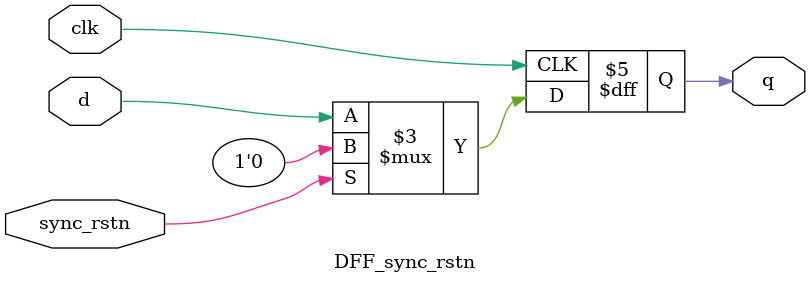
<source format=v>
`timescale 1ns / 1ps
module DFF_sync_rstn(clk,
                     sync_rstn,
                     d,
                     q);
input clk;
input sync_rstn;
input d;
output reg q;

always@(posedge clk)begin
    if(sync_rstn)
        q <= 1'b0;
    else
        q <= d;    
end

endmodule

</source>
